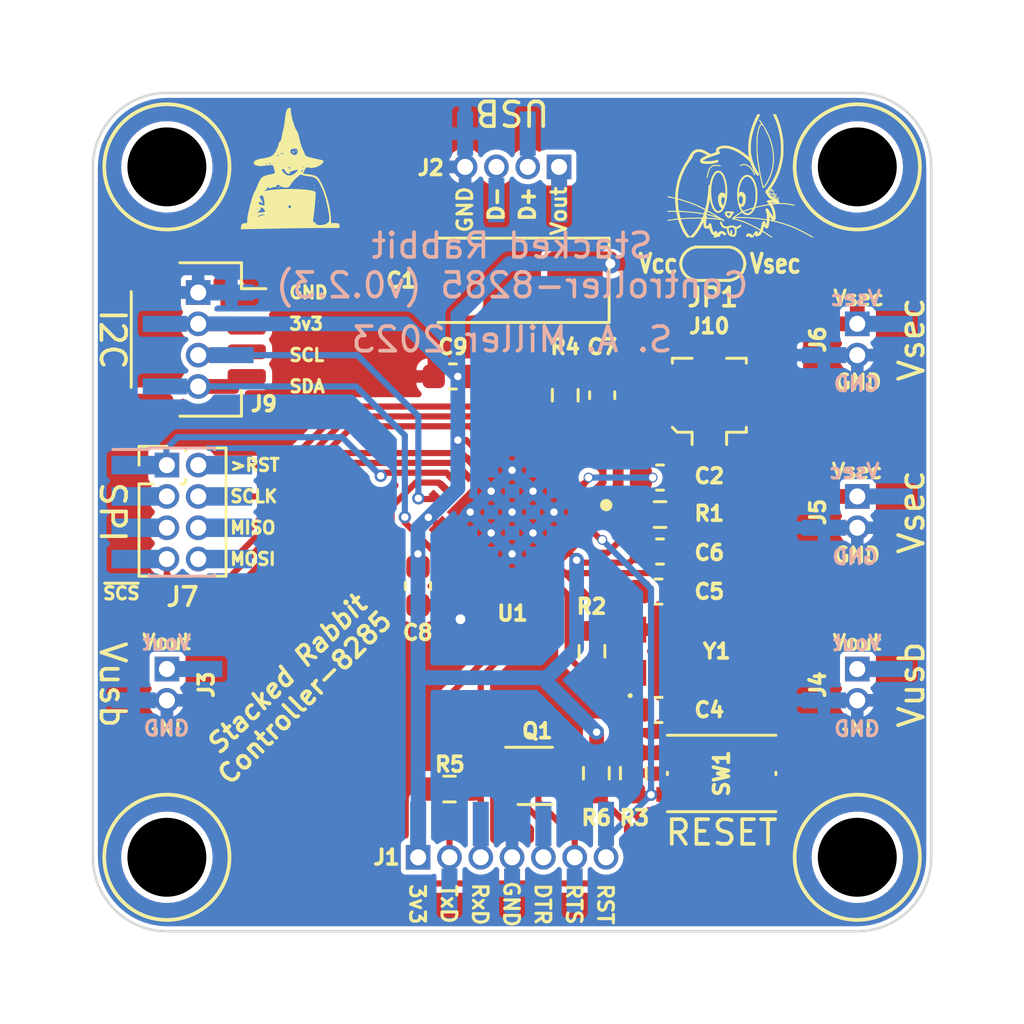
<source format=kicad_pcb>
(kicad_pcb (version 20211014) (generator pcbnew)
  (title_block (title "Controller-8285") (rev "0.2.3") (company "The Nerd Mage"))
  (layers (0 "F.Cu" signal) (31 "B.Cu" signal) (34 "B.Paste" user) (35 "F.Paste" user) (36 "B.SilkS" user "B.Silkscreen") (37 "F.SilkS" user "F.Silkscreen") (38 "B.Mask" user) (39 "F.Mask" user) (44 "Edge.Cuts" user))
  (net 0 "")
  (net 1 "SCL")
  (net 2 "SDA")
  (net 3 "GND")
  (net 4 "/eXo")
  (net 5 "/eXi")
  (net 6 "+3V3")
  (net 7 "RST")
  (net 8 "IO11")
  (net 9 "IO7")
  (net 10 "IO10")
  (net 11 "IO8")
  (net 12 "IO9")
  (net 14 "IO12")
  (net 15 "IO13")
  (net 16 "IO0")
  (net 17 "IO6")
  (net 18 "IO3")
  (net 19 "IO1")
  (net 20 "/DTR")
  (net 21 "/RTS")
  (net 27 "ADC")
  (net 28 "Net-(C2-Pad2)")
  (net 29 "Vsec")
  (net 30 "/LNA")
  (net 31 "/CHIP_EN")
  (net 32 "/RES12K")
  (net 33 "IO15")
  (net 34 "~{SCS}2")
  (net 35 "IO14")
  (net 36 "~{SCS}1")
  (net 37 "IO2")
  (net 38 "DEV_RESET")
  (footprint "Tinker:Mount" (layer "F.Cu") (at 114 114)
    (fp_text reference "REF**" hide)
    (fp_text value "Mount" hide)
    (pad "" np_thru_hole circle (at 0 0) (size 3.2 3.2) (drill 3.2) (layers *.Mask))
  )
  (footprint "Capacitor_SMD:C_0603_1608Metric" (layer "F.Cu") (at 105.939694 103.224614)
    (fp_text reference "C5" (at 2.060306 0 180) (layer "F.SilkS") (effects (font (size 0.6 0.6))))
    (fp_text value "20pf")
    (pad "1" smd roundrect (at -0.775 0) (size 0.9 0.95) (layers "F.Cu" "F.Paste" "F.Mask") (net 3 "GND"))
    (pad "2" smd roundrect (at 0.775 0) (size 0.9 0.95) (layers "F.Cu" "F.Paste" "F.Mask") (net 5 "/eXi"))
  )
  (footprint "Resistor_SMD:R_0603_1608Metric" (layer "F.Cu") (at 97.461903 111.231967 180)
    (fp_text reference "R5" (at -0.01531 0.999487) (layer "F.SilkS") (effects (font (size 0.6 0.6))))
    (fp_text value "10K")
    (pad "1" smd roundrect (at -0.825 0 180) (size 0.8 0.95) (layers "F.Cu" "F.Paste" "F.Mask") (net 19 "IO1"))
    (pad "2" smd roundrect (at 0.825 0 180) (size 0.8 0.95) (layers "F.Cu" "F.Paste" "F.Mask") (net 6 "+3V3"))
  )
  (footprint "Resistor_SMD:R_0603_1608Metric" (layer "F.Cu") (at 106 100.1 180)
    (fp_text reference "R1" (at -2 0.041657 180) (layer "F.SilkS") (effects (font (size 0.6 0.6))))
    (fp_text value "12K")
    (pad "1" smd roundrect (at -0.825 0 180) (size 0.8 0.95) (layers "F.Cu" "F.Paste" "F.Mask") (net 3 "GND"))
    (pad "2" smd roundrect (at 0.825 0 180) (size 0.8 0.95) (layers "F.Cu" "F.Paste" "F.Mask") (net 32 "/RES12K"))
  )
  (footprint "Tinker:SW_Push_TS273014TP" (layer "F.Cu") (at 108.5 110.6 180)
    (fp_text reference "SW1" (at 0 0 90) (layer "F.SilkS") (effects (font (size 0.6 0.6))))
    (fp_text value "SW_Push" hide)
    (pad "1" smd rect (at 1.85 -0.85 180) (size 1.6 0.6) (layers "F.Cu" "F.Paste" "F.Mask") (net 7 "RST"))
    (pad "1" smd rect (at -1.85 -0.85 180) (size 1.6 0.6) (layers "F.Cu" "F.Paste" "F.Mask") (net 7 "RST"))
    (pad "2" smd rect (at -1.85 0.85 180) (size 1.6 0.6) (layers "F.Cu" "F.Paste" "F.Mask") (net 6 "+3V3"))
    (pad "2" smd rect (at 1.85 0.85 180) (size 1.6 0.6) (layers "F.Cu" "F.Paste" "F.Mask") (net 6 "+3V3"))
  )
  (footprint "Capacitor_SMD:C_0603_1608Metric" (layer "F.Cu") (at 106 98.6)
    (fp_text reference "C2" (at 2 -0.06309) (layer "F.SilkS") (effects (font (size 0.6 0.6))))
    (fp_text value "5.6pf")
    (pad "1" smd roundrect (at -0.775 0) (size 0.9 0.95) (layers "F.Cu" "F.Paste" "F.Mask") (net 30 "/LNA"))
    (pad "2" smd roundrect (at 0.775 0) (size 0.9 0.95) (layers "F.Cu" "F.Paste" "F.Mask") (net 28 "Net-(C2-Pad2)"))
  )
  (footprint "Tinker:Mount" (layer "F.Cu") (at 86 114)
    (fp_text reference "REF**" hide)
    (fp_text value "Mount" hide)
    (pad "" np_thru_hole circle (at 0 0) (size 3.2 3.2) (drill 3.2) (layers *.Mask))
  )
  (footprint "Tinker:QWIIC_Stack_II" (layer "F.Cu") (at 87.27 93 -90)
    (fp_text reference "J9" (at 2.61321 -2.663751) (layer "F.SilkS") (effects (font (size 0.6 0.6))))
    (fp_text value "QWIIC_Stack_II")
    (pad "1" thru_hole rect (at -1.905 0) (size 1 1) (drill 0.65) (layers *.Cu *.Mask) (net 3 "GND"))
    (pad "1" smd roundrect (at -1.905 -0.877656 270) (size 0.6 1.55) (layers "F.Cu" "F.Paste" "F.Mask") (net 3 "GND"))
    (pad "1" smd rect (at -1.905 -1.35) (size 1.8 0.65) (layers "B.Cu" "B.Paste" "B.Mask") (net 3 "GND"))
    (pad "1" smd roundrect (at -1.5 -1.97 270) (size 0.6 1.55) (layers "F.Cu" "F.Paste" "F.Mask") (net 3 "GND"))
    (pad "2" thru_hole oval (at -0.635 0) (size 1 1) (drill 0.65) (layers *.Cu *.Mask) (net 6 "+3V3"))
    (pad "2" smd roundrect (at -0.5 -1.97 270) (size 0.6 1.55) (layers "F.Cu" "F.Paste" "F.Mask") (net 6 "+3V3"))
    (pad "2" smd rect (at -0.635 1.35) (size 1.8 0.65) (layers "B.Cu" "B.Paste" "B.Mask") (net 6 "+3V3"))
    (pad "2" smd roundrect (at -0.635 -0.877656 270) (size 0.6 1.55) (layers "F.Cu" "F.Paste" "F.Mask") (net 6 "+3V3"))
    (pad "3" smd rect (at 0.635 -1.35) (size 1.8 0.65) (layers "B.Cu" "B.Paste" "B.Mask") (net 2 "SDA"))
    (pad "3" thru_hole oval (at 0.635 0) (size 1 1) (drill 0.65) (layers *.Cu *.Mask) (net 2 "SDA"))
    (pad "3" smd roundrect (at 0.5 -1.97 270) (size 0.6 1.55) (layers "F.Cu" "F.Paste" "F.Mask") (net 2 "SDA"))
    (pad "3" smd roundrect (at 0.635 -0.877656 270) (size 0.6 1.55) (layers "F.Cu" "F.Paste" "F.Mask") (net 2 "SDA"))
    (pad "4" thru_hole oval (at 1.905 0) (size 1 1) (drill 0.65) (layers *.Cu *.Mask) (net 1 "SCL"))
    (pad "4" smd roundrect (at 1.5 -1.97 270) (size 0.6 1.55) (layers "F.Cu" "F.Paste" "F.Mask") (net 1 "SCL"))
    (pad "4" smd roundrect (at 1.905 -0.877656 270) (size 0.6 1.55) (layers "F.Cu" "F.Paste" "F.Mask") (net 1 "SCL"))
    (pad "4" smd rect (at 1.905 1.35) (size 1.8 0.65) (layers "B.Cu" "B.Paste" "B.Mask") (net 1 "SCL"))
    (pad "MP" smd roundrect (at -2.8 1.905 270) (size 1.2 1.8) (layers "F.Cu" "F.Paste" "F.Mask") (roundrect_rratio 0.208333) (net 3 "GND"))
    (pad "MP" smd roundrect (at 2.8 1.905 270) (size 1.2 1.8) (layers "F.Cu" "F.Paste" "F.Mask") (roundrect_rratio 0.208333) (net 3 "GND"))
  )
  (footprint "Tinker:DagNabbit" (layer "F.Cu") (at 109 87)
    (fp_text reference "REF**" hide)
    (fp_text value "DagNabbit" hide)
  )
  (footprint "Package_TO_SOT_SMD:SOT-363_SC-70-6" (layer "F.Cu") (at 100.94 110.7)
    (fp_text reference "Q1" (at 0.083436 -1.823559) (layer "F.SilkS") (effects (font (size 0.6 0.6))))
    (fp_text value "UMH3N")
    (pad "1" smd rect (at -0.95 -0.65) (size 0.65 0.4) (layers "F.Cu" "F.Paste" "F.Mask") (net 21 "/RTS"))
    (pad "2" smd rect (at -0.95 0) (size 0.65 0.4) (layers "F.Cu" "F.Paste" "F.Mask") (net 20 "/DTR"))
    (pad "3" smd rect (at -0.95 0.65) (size 0.65 0.4) (layers "F.Cu" "F.Paste" "F.Mask") (net 20 "/DTR"))
    (pad "4" smd rect (at 0.95 0.65) (size 0.65 0.4) (layers "F.Cu" "F.Paste" "F.Mask") (net 16 "IO0"))
    (pad "5" smd rect (at 0.95 0) (size 0.65 0.4) (layers "F.Cu" "F.Paste" "F.Mask") (net 21 "/RTS"))
    (pad "6" smd rect (at 0.95 -0.65) (size 0.65 0.4) (layers "F.Cu" "F.Paste" "F.Mask") (net 7 "RST"))
  )
  (footprint "Tinker:Board_Stacker_7" (layer "F.Cu") (at 96.19 114 90)
    (fp_text reference "J1" (at 0 -1.282872 180) (layer "F.SilkS") (effects (font (size 0.6 0.6))))
    (fp_text value "Conn_01x07_Male")
    (pad "1" smd rect (at 1.35 0 90) (size 1.8 0.65) (layers "B.Cu" "B.Paste" "B.Mask") (net 6 "+3V3"))
    (pad "1" thru_hole rect (at 0 0 90) (size 1 1) (drill 0.65) (layers *.Cu *.Mask) (net 6 "+3V3"))
    (pad "2" thru_hole oval (at 0 1.27 90) (size 1 1) (drill 0.65) (layers *.Cu *.Mask) (net 18 "IO3"))
    (pad "2" smd rect (at -1.35 1.27 90) (size 1.8 0.65) (layers "B.Cu" "B.Paste" "B.Mask") (net 18 "IO3"))
    (pad "3" smd rect (at 1.35 2.54 90) (size 1.8 0.65) (layers "B.Cu" "B.Paste" "B.Mask") (net 19 "IO1"))
    (pad "3" thru_hole oval (at 0 2.54 90) (size 1 1) (drill 0.65) (layers *.Cu *.Mask) (net 19 "IO1"))
    (pad "4" smd rect (at -1.35 3.81 90) (size 1.8 0.65) (layers "B.Cu" "B.Paste" "B.Mask") (net 3 "GND"))
    (pad "4" thru_hole oval (at 0 3.81 90) (size 1 1) (drill 0.65) (layers *.Cu *.Mask) (net 3 "GND"))
    (pad "5" thru_hole oval (at 0 5.08 90) (size 1 1) (drill 0.65) (layers *.Cu *.Mask) (net 20 "/DTR"))
    (pad "5" smd rect (at 1.35 5.08 90) (size 1.8 0.65) (layers "B.Cu" "B.Paste" "B.Mask") (net 20 "/DTR"))
    (pad "6" smd rect (at -1.35 6.35 90) (size 1.8 0.65) (layers "B.Cu" "B.Paste" "B.Mask") (net 21 "/RTS"))
    (pad "6" thru_hole oval (at 0 6.35 90) (size 1 1) (drill 0.65) (layers *.Cu *.Mask) (net 21 "/RTS"))
    (pad "7" smd rect (at 1.35 7.62 90) (size 1.8 0.65) (layers "B.Cu" "B.Paste" "B.Mask") (net 7 "RST"))
    (pad "7" thru_hole oval (at 0 7.62 90) (size 1 1) (drill 0.65) (layers *.Cu *.Mask) (net 7 "RST"))
  )
  (footprint "Tinker:CP_EIA-6032-28-Tantalumm_HandSolder" (layer "F.Cu") (at 100 90.6 180)
    (fp_text reference "C1" (at 4.5 0) (layer "F.SilkS") (effects (font (size 0.6 0.6))))
    (fp_text value "22uf" hide)
    (pad "1" smd roundrect (at -2.55 0 180) (size 2.25 2.35) (layers "F.Cu" "F.Paste" "F.Mask") (roundrect_rratio 0.111111) (net 6 "+3V3"))
    (pad "2" smd roundrect (at 2.55 0 180) (size 2.25 2.35) (layers "F.Cu" "F.Paste" "F.Mask") (roundrect_rratio 0.111111) (net 3 "GND"))
  )
  (footprint "Capacitor_SMD:C_0603_1608Metric" (layer "F.Cu") (at 106 101.6 180)
    (fp_text reference "C6" (at -2 -0.04755) (layer "F.SilkS") (effects (font (size 0.6 0.6))))
    (fp_text value "1uf")
    (pad "1" smd roundrect (at -0.775 0 180) (size 0.9 0.95) (layers "F.Cu" "F.Paste" "F.Mask") (net 3 "GND"))
    (pad "2" smd roundrect (at 0.775 0 180) (size 0.9 0.95) (layers "F.Cu" "F.Paste" "F.Mask") (net 6 "+3V3"))
  )
  (footprint "Tinker:Board_Stacker_2" (layer "F.Cu") (at 114 106.365)
    (fp_text reference "J4" (at -1.6 0.635 90) (layer "F.SilkS") (effects (font (size 0.6 0.6))))
    (fp_text value "Conn_01x02_Male")
    (pad "1" thru_hole rect (at 0 0) (size 1 1) (drill 0.65) (layers *.Cu *.Mask))
    (pad "1" smd rect (at 1.35 0) (size 1.8 0.65) (layers "B.Cu" "B.Paste" "B.Mask"))
    (pad "2" smd rect (at -1.35 1.27) (size 1.8 0.65) (layers "B.Cu" "B.Paste" "B.Mask") (net 3 "GND"))
    (pad "2" thru_hole oval (at 0 1.27) (size 1 1) (drill 0.65) (layers *.Cu *.Mask) (net 3 "GND"))
  )
  (footprint "Tinker:Mount" (layer "F.Cu") (at 114 86)
    (fp_text reference "REF**" hide)
    (fp_text value "Mount" hide)
    (pad "" np_thru_hole circle (at 0 0) (size 3.2 3.2) (drill 3.2) (layers *.Mask))
  )
  (footprint "Tinker:SolderJumper-2_P_Open_Rounded_skinny" (layer "F.Cu") (at 108.14 89.926721 180)
    (fp_text reference "JP1" (at 0 -1.365587) (layer "F.SilkS") (effects (font (size 0.75 0.75))))
    (fp_text value "SolderJumper_2_Open" hide)
    (pad "1" smd custom (at -0.65 0 180) (size 1 0.2) (layers "F.Cu" "F.Mask") (net 29 "Vsec") (options (clearance outline) (anchor rect)) (primitives (gr_circle (center 0 0.1) (end 0.5 0.1) (width 0) (fill yes)) (gr_circle (center 0 -0.1) (end 0.5 -0.1) (width 0) (fill yes)) (gr_poly (pts (xy 0.5 0.6) (xy 0 0.6) (xy 0 -0.6) (xy 0.5 -0.6)) (width 0) (fill yes))))
    (pad "2" smd custom (at 0.65 0 180) (size 1 0.2) (layers "F.Cu" "F.Mask") (net 6 "+3V3") (options (clearance outline) (anchor rect)) (primitives (gr_circle (center 0 0.1) (end 0.5 0.1) (width 0) (fill yes)) (gr_circle (center 0 -0.1) (end 0.5 -0.1) (width 0) (fill yes)) (gr_poly (pts (xy 0 0.6) (xy -0.5 0.6) (xy -0.5 -0.6) (xy 0 -0.6)) (width 0) (fill yes))))
  )
  (footprint "Capacitor_SMD:C_0603_1608Metric" (layer "F.Cu") (at 96.183087 103 90)
    (fp_text reference "C8" (at -1.889735 -0.010135) (layer "F.SilkS") (effects (font (size 0.6 0.6))))
    (fp_text value "1uf")
    (pad "1" smd roundrect (at -0.775 0 90) (size 0.9 0.95) (layers "F.Cu" "F.Paste" "F.Mask") (net 3 "GND"))
    (pad "2" smd roundrect (at 0.775 0 90) (size 0.9 0.95) (layers "F.Cu" "F.Paste" "F.Mask") (net 6 "+3V3"))
  )
  (footprint "Resistor_SMD:R_0603_1608Metric" (layer "F.Cu") (at 104.916762 110.588685 90)
    (fp_text reference "R3" (at -1.811315 0.041061 180) (layer "F.SilkS") (effects (font (size 0.6 0.6))))
    (fp_text value "10K")
    (pad "1" smd roundrect (at -0.825 0 90) (size 0.8 0.95) (layers "F.Cu" "F.Paste" "F.Mask") (net 7 "RST"))
    (pad "2" smd roundrect (at 0.825 0 90) (size 0.8 0.95) (layers "F.Cu" "F.Paste" "F.Mask") (net 6 "+3V3"))
  )
  (footprint "Tinker:Board_Stacker_2" (layer "F.Cu") (at 86 106.365)
    (fp_text reference "J3" (at 1.6 0.635 90) (layer "F.SilkS") (effects (font (size 0.6 0.6))))
    (fp_text value "Conn_01x02_Male")
    (pad "1" thru_hole rect (at 0 0) (size 1 1) (drill 0.65) (layers *.Cu *.Mask))
    (pad "1" smd rect (at 1.35 0) (size 1.8 0.65) (layers "B.Cu" "B.Paste" "B.Mask"))
    (pad "2" thru_hole oval (at 0 1.27) (size 1 1) (drill 0.65) (layers *.Cu *.Mask) (net 3 "GND"))
    (pad "2" smd rect (at -1.35 1.27) (size 1.8 0.65) (layers "B.Cu" "B.Paste" "B.Mask") (net 3 "GND"))
  )
  (footprint "Connector_Coaxial:U.FL_Molex_MCRF_73412-0110_Vertical" (layer "F.Cu") (at 108 95.2617)
    (fp_text reference "J10" (at 0 -2.802484) (layer "F.SilkS") (effects (font (size 0.6 0.6))))
    (fp_text value "Conn_Coaxial")
    (pad "1" smd rect (at 0 1.5) (size 1 1) (layers "F.Cu" "F.Paste" "F.Mask") (net 28 "Net-(C2-Pad2)"))
    (pad "2" smd rect (at 1.475 0) (size 1.05 2.2) (layers "F.Cu" "F.Paste" "F.Mask") (net 3 "GND"))
    (pad "2" smd rect (at 0 -1.5) (size 1 1) (layers "F.Cu" "F.Paste" "F.Mask") (net 3 "GND"))
    (pad "2" smd rect (at -1.475 0) (size 1.05 2.2) (layers "F.Cu" "F.Paste" "F.Mask") (net 3 "GND"))
  )
  (footprint "Tinker:NerdMage" (layer "F.Cu") (at 91 86)
    (fp_text reference "G***" hide)
    (fp_text value "LOGO" hide)
  )
  (footprint "Resistor_SMD:R_0603_1608Metric" (layer "F.Cu") (at 103.417474 110.588685 90)
    (fp_text reference "R6" (at -1.811315 0 180) (layer "F.SilkS") (effects (font (size 0.6 0.6))))
    (fp_text value "10K")
    (pad "1" smd roundrect (at -0.825 0 90) (size 0.8 0.95) (layers "F.Cu" "F.Paste" "F.Mask") (net 16 "IO0"))
    (pad "2" smd roundrect (at 0.825 0 90) (size 0.8 0.95) (layers "F.Cu" "F.Paste" "F.Mask") (net 6 "+3V3"))
  )
  (footprint "Resistor_SMD:R_0603_1608Metric" (layer "F.Cu") (at 102.155521 95.2617 90)
    (fp_text reference "R4" (at 1.9617 0) (layer "F.SilkS") (effects (font (size 0.6 0.6))))
    (fp_text value "10K")
    (pad "1" smd roundrect (at -0.825 0 90) (size 0.8 0.95) (layers "F.Cu" "F.Paste" "F.Mask") (net 31 "/CHIP_EN"))
    (pad "2" smd roundrect (at 0.825 0 90) (size 0.8 0.95) (layers "F.Cu" "F.Paste" "F.Mask") (net 6 "+3V3"))
  )
  (footprint "Capacitor_SMD:C_0603_1608Metric" (layer "F.Cu") (at 103.655521 95.2617 -90)
    (fp_text reference "C7" (at -1.9617 0) (layer "F.SilkS") (effects (font (size 0.6 0.6))))
    (fp_text value "1uf")
    (pad "1" smd roundrect (at -0.775 0 270) (size 0.9 0.95) (layers "F.Cu" "F.Paste" "F.Mask") (net 3 "GND"))
    (pad "2" smd roundrect (at 0.775 0 270) (size 0.9 0.95) (layers "F.Cu" "F.Paste" "F.Mask") (net 6 "+3V3"))
  )
  (footprint "Tinker:Board_Stacker_2" (layer "F.Cu") (at 114 92.365)
    (fp_text reference "J6" (at -1.6 0.635 90) (layer "F.SilkS") (effects (font (size 0.6 0.6))))
    (fp_text value "Conn_01x02_Male")
    (pad "1" smd rect (at 1.35 0) (size 1.8 0.65) (layers "B.Cu" "B.Paste" "B.Mask") (net 29 "Vsec"))
    (pad "1" thru_hole rect (at 0 0) (size 1 1) (drill 0.65) (layers *.Cu *.Mask) (net 29 "Vsec"))
    (pad "2" smd rect (at -1.35 1.27) (size 1.8 0.65) (layers "B.Cu" "B.Paste" "B.Mask") (net 3 "GND"))
    (pad "2" thru_hole oval (at 0 1.27) (size 1 1) (drill 0.65) (layers *.Cu *.Mask) (net 3 "GND"))
  )
  (footprint "Tinker:Board_Stacker_2" (layer "F.Cu") (at 114 99.365)
    (fp_text reference "J5" (at -1.6 0.635 90) (layer "F.SilkS") (effects (font (size 0.6 0.6))))
    (fp_text value "Conn_01x02_Male")
    (pad "1" smd rect (at 1.35 0) (size 1.8 0.65) (layers "B.Cu" "B.Paste" "B.Mask") (net 29 "Vsec"))
    (pad "1" thru_hole rect (at 0 0) (size 1 1) (drill 0.65) (layers *.Cu *.Mask) (net 29 "Vsec"))
    (pad "2" smd rect (at -1.35 1.27) (size 1.8 0.65) (layers "B.Cu" "B.Paste" "B.Mask") (net 3 "GND"))
    (pad "2" thru_hole oval (at 0 1.27) (size 1 1) (drill 0.65) (layers *.Cu *.Mask) (net 3 "GND"))
  )
  (footprint "Tinker:Mount" (layer "F.Cu") (at 86 86)
    (fp_text reference "REF**" hide)
    (fp_text value "Mount" hide)
    (pad "" np_thru_hole circle (at 0 0) (size 3.2 3.2) (drill 3.2) (layers *.Mask))
  )
  (footprint "Tinker:ABM825000MHz10B1UT" (layer "F.Cu") (at 105.939694 105.644614)
    (fp_text reference "Y1" (at 2.360306 0 180) (layer "F.SilkS") (effects (font (size 0.6 0.6))))
    (fp_text value "26.000MHz" hide)
    (pad "1" smd rect (at -1.15 0.875 90) (size 1.05 1.3) (layers "F.Cu" "F.Paste" "F.Mask") (net 4 "/eXo"))
    (pad "2" smd rect (at 1.15 0.875 90) (size 1.05 1.3) (layers "F.Cu" "F.Paste" "F.Mask") (net 3 "GND"))
    (pad "3" smd rect (at 1.15 -0.875 90) (size 1.05 1.3) (layers "F.Cu" "F.Paste" "F.Mask") (net 5 "/eXi"))
    (pad "4" smd rect (at -1.15 -0.875 90) (size 1.05 1.3) (layers "F.Cu" "F.Paste" "F.Mask") (net 3 "GND"))
  )
  (footprint "Capacitor_SMD:C_0603_1608Metric" (layer "F.Cu") (at 97.6 94.5)
    (fp_text reference "C9" (at 0 -1.2 180) (layer "F.SilkS") (effects (font (size 0.6 0.6))))
    (fp_text value "1uf")
    (pad "1" smd roundrect (at -0.775 0) (size 0.9 0.95) (layers "F.Cu" "F.Paste" "F.Mask") (net 3 "GND"))
    (pad "2" smd roundrect (at 0.775 0) (size 0.9 0.95) (layers "F.Cu" "F.Paste" "F.Mask") (net 6 "+3V3"))
  )
  (footprint "Resistor_SMD:R_0603_1608Metric" (layer "F.Cu") (at 103.239694 105.644614 90)
    (fp_text reference "R2" (at 1.815306 -0.016133) (layer "F.SilkS") (effects (font (size 0.6 0.6))))
    (fp_text value "1M")
    (pad "1" smd roundrect (at -0.825 0 90) (size 0.8 0.95) (layers "F.Cu" "F.Paste" "F.Mask") (net 4 "/eXo"))
    (pad "2" smd roundrect (at 0.825 0 90) (size 0.8 0.95) (layers "F.Cu" "F.Paste" "F.Mask") (net 5 "/eXi"))
  )
  (footprint "Capacitor_SMD:C_0603_1608Metric" (layer "F.Cu") (at 105.939694 108.024614 180)
    (fp_text reference "C4" (at -2.060306 0 180) (layer "F.SilkS") (effects (font (size 0.6 0.6))))
    (fp_text value "20pf")
    (pad "1" smd roundrect (at -0.775 0 180) (size 0.9 0.95) (layers "F.Cu" "F.Paste" "F.Mask") (net 3 "GND"))
    (pad "2" smd roundrect (at 0.775 0 180) (size 0.9 0.95) (layers "F.Cu" "F.Paste" "F.Mask") (net 4 "/eXo"))
  )
  (footprint "Tinker:Board_Stacker_4" (layer "F.Cu") (at 101.905 86 -90)
    (fp_text reference "J2" (at 0.038066 5.202993) (layer "F.SilkS") (effects (font (size 0.6 0.6))))
    (fp_text value "Conn_01x04_Male")
    (pad "1" smd rect (at 1.35 0 270) (size 1.8 0.65) (layers "B.Cu" "B.Paste" "B.Mask"))
    (pad "1" thru_hole rect (at 0 0 270) (size 1 1) (drill 0.65) (layers *.Cu *.Mask))
    (pad "2" smd rect (at -1.35 1.27 270) (size 1.8 0.65) (layers "B.Cu" "B.Paste" "B.Mask"))
    (pad "2" thru_hole oval (at 0 1.27 270) (size 1 1) (drill 0.65) (layers *.Cu *.Mask))
    (pad "3" thru_hole oval (at 0 2.54 270) (size 1 1) (drill 0.65) (layers *.Cu *.Mask))
    (pad "3" smd rect (at 1.35 2.54 270) (size 1.8 0.65) (layers "B.Cu" "B.Paste" "B.Mask"))
    (pad "4" thru_hole oval (at 0 3.81 270) (size 1 1) (drill 0.65) (layers *.Cu *.Mask) (net 3 "GND"))
    (pad "4" smd rect (at -1.35 3.81 270) (size 1.8 0.65) (layers "B.Cu" "B.Paste" "B.Mask") (net 3 "GND"))
  )
  (footprint "Tinker:PinHeader_2x04_P1.27mm_Vertical" (layer "F.Cu") (at 86 98.095)
    (fp_text reference "J7" (at 0.635 5.345) (layer "F.SilkS") (effects (font (size 0.75 0.75))))
    (fp_text value "Conn_01x08_Male")
    (pad "1" smd rect (at -1.195 0) (size 2.1 0.75) (layers "B.Cu" "B.Paste" "B.Mask") (net 37 "IO2"))
    (pad "1" thru_hole rect (at 0 0) (size 1 1) (drill 0.65) (layers *.Cu *.Mask) (net 37 "IO2"))
    (pad "2" smd rect (at 2.405 0) (size 2.1 0.75) (layers "B.Cu" "B.Paste" "B.Mask") (net 38 "DEV_RESET"))
    (pad "2" thru_hole oval (at 1.27 0) (size 1 1) (drill 0.65) (layers *.Cu *.Mask) (net 38 "DEV_RESET"))
    (pad "3" smd rect (at -1.195 1.27) (size 2.1 0.75) (layers "B.Cu" "B.Paste" "B.Mask") (net 34 "~{SCS}2"))
    (pad "3" thru_hole oval (at 0 1.27) (size 1 1) (drill 0.65) (layers *.Cu *.Mask) (net 34 "~{SCS}2"))
    (pad "4" thru_hole oval (at 1.27 1.27) (size 1 1) (drill 0.65) (layers *.Cu *.Mask) (net 35 "IO14"))
    (pad "4" smd rect (at 2.405 1.27) (size 2.1 0.75) (layers "B.Cu" "B.Paste" "B.Mask") (net 35 "IO14"))
    (pad "5" thru_hole oval (at 0 2.54) (size 1 1) (drill 0.65) (layers *.Cu *.Mask) (net 36 "~{SCS}1"))
    (pad "5" smd rect (at -1.195 2.54) (size 2.1 0.75) (layers "B.Cu" "B.Paste" "B.Mask") (net 36 "~{SCS}1"))
    (pad "6" smd rect (at 2.405 2.54) (size 2.1 0.75) (layers "B.Cu" "B.Paste" "B.Mask") (net 14 "IO12"))
    (pad "6" thru_hole oval (at 1.27 2.54) (size 1 1) (drill 0.65) (layers *.Cu *.Mask) (net 14 "IO12"))
    (pad "7" thru_hole oval (at 0 3.81) (size 1 1) (drill 0.65) (layers *.Cu *.Mask) (net 33 "IO15"))
    (pad "7" smd rect (at -1.195 3.81) (size 2.1 0.75) (layers "B.Cu" "B.Paste" "B.Mask") (net 33 "IO15"))
    (pad "8" smd rect (at 2.405 3.81) (size 2.1 0.75) (layers "B.Cu" "B.Paste" "B.Mask") (net 15 "IO13"))
    (pad "8" thru_hole oval (at 1.27 3.81) (size 1 1) (drill 0.65) (layers *.Cu *.Mask) (net 15 "IO13"))
  )
  (footprint "Tinker:QFN50P500X500X90-33N-D" (layer "F.Cu") (at 100 100 -135)
    (fp_text reference "U1" (at 2.889159 -2.916113 -180) (layer "F.SilkS") (effects (font (size 0.6 0.6))))
    (fp_text value "ESP8285H16" hide)
    (pad "1" smd rect (at -2.5 -1.75 315) (size 0.3 0.8) (layers "F.Cu" "F.Paste" "F.Mask") (net 6 "+3V3"))
    (pad "2" smd rect (at -2.5 -1.25 315) (size 0.3 0.8) (layers "F.Cu" "F.Paste" "F.Mask") (net 30 "/LNA"))
    (pad "3" smd rect (at -2.5 -0.75 315) (size 0.3 0.8) (layers "F.Cu" "F.Paste" "F.Mask") (net 6 "+3V3"))
    (pad "4" smd rect (at -2.5 -0.25 315) (size 0.3 0.8) (layers "F.Cu" "F.Paste" "F.Mask") (net 6 "+3V3"))
    (pad "5" smd rect (at -2.5 0.25 315) (size 0.3 0.8) (layers "F.Cu" "F.Paste" "F.Mask"))
    (pad "6" smd rect (at -2.5 0.75 315) (size 0.3 0.8) (layers "F.Cu" "F.Paste" "F.Mask") (net 27 "ADC"))
    (pad "7" smd rect (at -2.5 1.25 315) (size 0.3 0.8) (layers "F.Cu" "F.Paste" "F.Mask") (net 31 "/CHIP_EN"))
    (pad "8" smd rect (at -2.5 1.75 315) (size 0.3 0.8) (layers "F.Cu" "F.Paste" "F.Mask") (net 38 "DEV_RESET"))
    (pad "9" smd rect (at -1.75 2.5 225) (size 0.3 0.8) (layers "F.Cu" "F.Paste" "F.Mask") (net 35 "IO14"))
    (pad "10" smd rect (at -1.25 2.5 225) (size 0.3 0.8) (layers "F.Cu" "F.Paste" "F.Mask") (net 14 "IO12"))
    (pad "11" smd rect (at -0.75 2.5 225) (size 0.3 0.8) (layers "F.Cu" "F.Paste" "F.Mask") (net 6 "+3V3"))
    (pad "12" smd rect (at -0.25 2.5 225) (size 0.3 0.8) (layers "F.Cu" "F.Paste" "F.Mask") (net 15 "IO13"))
    (pad "13" smd rect (at 0.25 2.5 225) (size 0.3 0.8) (layers "F.Cu" "F.Paste" "F.Mask") (net 33 "IO15"))
    (pad "14" smd rect (at 0.75 2.5 225) (size 0.3 0.8) (layers "F.Cu" "F.Paste" "F.Mask") (net 37 "IO2"))
    (pad "15" smd rect (at 1.25 2.5 225) (size 0.3 0.8) (layers "F.Cu" "F.Paste" "F.Mask") (net 16 "IO0"))
    (pad "16" smd rect (at 1.75 2.5 225) (size 0.3 0.8) (layers "F.Cu" "F.Paste" "F.Mask") (net 2 "SDA"))
    (pad "17" smd rect (at 2.5 1.75 315) (size 0.3 0.8) (layers "F.Cu" "F.Paste" "F.Mask") (net 6 "+3V3"))
    (pad "18" smd rect (at 2.5 1.25 315) (size 0.3 0.8) (layers "F.Cu" "F.Paste" "F.Mask") (net 12 "IO9"))
    (pad "19" smd rect (at 2.5 0.75 315) (size 0.3 0.8) (layers "F.Cu" "F.Paste" "F.Mask") (net 10 "IO10"))
    (pad "20" smd rect (at 2.5 0.25 315) (size 0.3 0.8) (layers "F.Cu" "F.Paste" "F.Mask") (net 8 "IO11"))
    (pad "21" smd rect (at 2.5 -0.25 315) (size 0.3 0.8) (layers "F.Cu" "F.Paste" "F.Mask") (net 17 "IO6"))
    (pad "22" smd rect (at 2.5 -0.75 315) (size 0.3 0.8) (layers "F.Cu" "F.Paste" "F.Mask") (net 9 "IO7"))
    (pad "23" smd rect (at 2.5 -1.25 315) (size 0.3 0.8) (layers "F.Cu" "F.Paste" "F.Mask") (net 11 "IO8"))
    (pad "24" smd rect (at 2.5 -1.75 315) (size 0.3 0.8) (layers "F.Cu" "F.Paste" "F.Mask") (net 1 "SCL"))
    (pad "25" smd rect (at 1.75 -2.5 225) (size 0.3 0.8) (layers "F.Cu" "F.Paste" "F.Mask") (net 18 "IO3"))
    (pad "26" smd rect (at 1.25 -2.5 225) (size 0.3 0.8) (layers "F.Cu" "F.Paste" "F.Mask") (net 19 "IO1"))
    (pad "27" smd rect (at 0.75 -2.5 225) (size 0.3 0.8) (layers "F.Cu" "F.Paste" "F.Mask") (net 4 "/eXo"))
    (pad "28" smd rect (at 0.25 -2.5 225) (size 0.3 0.8) (layers "F.Cu" "F.Paste" "F.Mask") (net 5 "/eXi"))
    (pad "29" smd rect (at -0.25 -2.5 225) (size 0.3 0.8) (layers "F.Cu" "F.Paste" "F.Mask") (net 6 "+3V3"))
    (pad "30" smd rect (at -0.75 -2.5 225) (size 0.3 0.8) (layers "F.Cu" "F.Paste" "F.Mask") (net 6 "+3V3"))
    (pad "31" smd rect (at -1.25 -2.5 225) (size 0.3 0.8) (layers "F.Cu" "F.Paste" "F.Mask") (net 32 "/RES12K"))
    (pad "32" smd rect (at -1.75 -2.5 225) (size 0.3 0.8) (layers "F.Cu" "F.Paste" "F.Mask") (net 7 "RST"))
    (pad "33" thru_hole roundrect (at 0 -1.2 225) (size 0.6 0.6) (drill 0.3) (layers *.Cu) (net 3 "GND"))
    (pad "33" thru_hole roundrect (at 1.2 0 225) (size 0.6 0.6) (drill 0.3) (layers *.Cu) (net 3 "GND"))
    (pad "33" thru_hole roundrect (at 1.2 1.2 225) (size 0.6 0.6) (drill 0.3) (layers *.Cu) (net 3 "GND"))
    (pad "33" thru_hole roundrect (at 0 0 225) (size 0.6 0.6) (drill 0.3) (layers *.Cu) (net 3 "GND"))
    (pad "33" thru_hole roundrect (at -1.2 0 225) (size 0.6 0.6) (drill 0.3) (layers *.Cu) (net 3 "GND"))
    (pad "33" thru_hole roundrect (at -1.2 -1.2 225) (size 0.6 0.6) (drill 0.3) (layers *.Cu) (net 3 "GND"))
    (pad "33" thru_hole roundrect (at 1.2 -1.2 225) (size 0.6 0.6) (drill 0.3) (layers *.Cu) (net 3 "GND"))
    (pad "33" smd rect (at 0 0 225) (size 3.75 3.75) (layers "F.Cu" "F.Paste" "F.Mask") (net 3 "GND"))
    (pad "33" thru_hole roundrect (at -1.2 1.2 225) (size 0.6 0.6) (drill 0.3) (layers *.Cu) (net 3 "GND"))
    (pad "33" thru_hole roundrect (at 0 1.2 225) (size 0.6 0.6) (drill 0.3) (layers *.Cu) (net 3 "GND"))
  )
  (gr_line (start 117 86) (end 117 114) (layer "Edge.Cuts") (width 0.1))
  (gr_arc (start 86 117) (mid 83.87868 116.12132) (end 83 114) (layer "Edge.Cuts") (width 0.1))
  (gr_arc (start 83 86) (mid 83.87868 83.87868) (end 86 83) (layer "Edge.Cuts") (width 0.1))
  (gr_line (start 86 83) (end 114 83) (layer "Edge.Cuts") (width 0.1))
  (gr_line (start 83 114) (end 83 86) (layer "Edge.Cuts") (width 0.1))
  (gr_arc (start 114 83) (mid 116.12132 83.87868) (end 117 86) (layer "Edge.Cuts") (width 0.1))
  (gr_line (start 86 117) (end 114 117) (layer "Edge.Cuts") (width 0.1))
  (gr_arc (start 117 114) (mid 116.12132 116.12132) (end 114 117) (layer "Edge.Cuts") (width 0.1))
  (gr_text "Stacked Rabbit\n${TITLE} (v${REVISION})" (at 100 90) (layer "B.SilkS") (effects (font (size 1 1)) (justify mirror)))
  (gr_text "GND" (at 113.971162 94.804515) (layer "B.SilkS") (effects (font (size 0.6 0.6) (thickness 0.125)) (justify mirror)))
  (gr_text "GND" (at 113.911636 101.822043) (layer "B.SilkS") (effects (font (size 0.6 0.6) (thickness 0.125)) (justify mirror)))
  (gr_text "Vsec" (at 113.932325 91.328658) (layer "B.SilkS") (effects (font (size 0.6 0.6) (thickness 0.125)) (justify mirror)))
  (gr_text "Vout" (at 85.997632 105.296142) (layer "B.SilkS") (effects (font (size 0.6 0.6) (thickness 0.125)) (justify mirror)))
  (gr_text "Vout" (at 114 105.314126) (layer "B.SilkS") (effects (font (size 0.6 0.6) (thickness 0.125)) (justify mirror)))
  (gr_text "GND" (at 85.984147 108.775235) (layer "B.SilkS") (effects (font (size 0.6 0.6) (thickness 0.125)) (justify mirror)))
  (gr_text "S. A. Miller 2023" (at 100 93) (layer "B.SilkS") (effects (font (size 1 1)) (justify mirror)))
  (gr_text "Vsec" (at 113.872799 98.346186) (layer "B.SilkS") (effects (font (size 0.6 0.6) (thickness 0.125)) (justify mirror)))
  (gr_text "GND" (at 113.986515 108.793219) (layer "B.SilkS") (effects (font (size 0.6 0.6) (thickness 0.125)) (justify mirror)))
  (gr_text "SCL" (at 90.9 93.635) (layer "F.SilkS") (effects (font (size 0.5 0.5) (thickness 0.125)) (justify left)))
  (gr_text "D+" (at 100.629509 86.73517 90) (layer "F.SilkS") (effects (font (size 0.6 0.6)) (justify right)))
  (gr_text "TxD" (at 97.429475 115.901362 270) (layer "F.SilkS") (effects (font (size 0.6 0.6) (thickness 0.125))))
  (gr_text "~{SCS}" (at 83.347793 103.30044) (layer "F.SilkS") (effects (font (size 0.5 0.5) (thickness 0.125)) (justify left)))
  (gr_text "Vsec" (at 116.2 100 90) (layer "F.SilkS") (effects (font (size 1 1))))
  (gr_text "SCLK" (at 88.5 99.365) (layer "F.SilkS") (effects (font (size 0.5 0.5) (thickness 0.125)) (justify left)))
  (gr_text "Vusb" (at 116.2 107 90) (layer "F.SilkS") (effects (font (size 1 1))))
  (gr_text "RST" (at 103.779475 115.901362 270) (layer "F.SilkS") (effects (font (size 0.6 0.6) (thickness 0.125))))
  (gr_text "GND" (at 98.089509 86.73517 90) (layer "F.SilkS") (effects (font (size 0.6 0.6) (thickness 0.125)) (justify right)))
  (gr_text "Vout" (at 85.988239 105.272507) (layer "F.SilkS") (effects (font (size 0.6 0.6) (thickness 0.125))))
  (gr_text "RxD" (at 98.699475 115.901362 270) (layer "F.SilkS") (effects (font (size 0.6 0.6) (thickness 0.125))))
  (gr_text "MISO" (at 88.5 100.635) (layer "F.SilkS") (effects (font (size 0.5 0.5) (thickness 0.125)) (justify left)))
  (gr_text "Vsec" (at 110.68 89.926721) (layer "F.SilkS") (effects (font (size 0.75 0.6))))
  (gr_text "Vsec" (at 116.2 93 90) (layer "F.SilkS") (effects (font (size 1 1))))
  (gr_text "GND" (at 113.990607 108.790491) (layer "F.SilkS") (effects (font (size 0.6 0.6) (thickness 0.125))))
  (gr_text "GND" (at 85.988239 108.772507) (layer "F.SilkS") (effects (font (size 0.6 0.6) (thickness 0.125))))
  (gr_text "Vout" (at 101.899509 86.73517 90) (layer "F.SilkS") (effects (font (size 0.6 0.6) (thickness 0.125)) (justify right)))
  (gr_text "GND" (at 90.9 91.095) (layer "F.SilkS") (effects (font (size 0.5 0.5) (thickness 0.125)) (justify left)))
  (gr_text "GND" (at 114 101.742551) (layer "F.SilkS") (effects (font (size 0.6 0.6) (thickness 0.125))))
  (gr_text "Stacked Rabbit" (at 90.876215 106.573419 45) (layer "F.SilkS") (effects (font (size 0.75 0.75) (thickness 0.15) italic)))
  (gr_text "GND" (at 99.969475 115.901362 270) (layer "F.SilkS") (effects (font (size 0.6 0.6) (thickness 0.125))))
  (gr_text "D-" (at 99.359509 86.73517 90) (layer "F.SilkS") (effects (font (size 0.6 0.6)) (justify right)))
  (gr_text "DTR" (at 101.239475 115.901362 270) (layer "F.SilkS") (effects (font (size 0.6 0.6) (thickness 0.125))))
  (gr_text "RTS" (at 102.509475 115.901362 270) (layer "F.SilkS") (effects (font (size 0.6 0.6) (thickness 0.125))))
  (gr_text "GND" (at 114.059526 94.725023) (layer "F.SilkS") (effects (font (size 0.6 0.6) (thickness 0.125))))
  (gr_text ">RST" (at 88.5 98.095) (layer "F.SilkS") (effects (font (size 0.5 0.5) (thickness 0.125)) (justify left)))
  (gr_text "I2C" (at 83.8 93 -90) (layer "F.SilkS") (effects (font (size 1 1))))
  (gr_text "Vsec" (at 114.059526 91.325023) (layer "F.SilkS") (effects (font (size 0.6 0.6) (thickness 0.125))))
  (gr_text "RESET" (at 108.5 113) (layer "F.SilkS") (effects (font (size 1 1))))
  (gr_text "${TITLE}" (at 91.591459 107.527079 45) (layer "F.SilkS") (effects (font (size 0.75 0.75))))
  (gr_text "Vsec" (at 114 98.342551) (layer "F.SilkS") (effects (font (size 0.6 0.6) (thickness 0.125))))
  (gr_text "3v3" (at 90.9 92.365) (layer "F.SilkS") (effects (font (size 0.5 0.5) (thickness 0.125)) (justify left)))
  (gr_text "MOSI" (at 88.5 101.905) (layer "F.SilkS") (effects (font (size 0.5 0.5) (thickness 0.125)) (justify left)))
  (gr_text "Vusb" (at 83.8 107 -90) (layer "F.SilkS") (effects (font (size 1 1))))
  (gr_text "Vout" (at 113.990607 105.290491) (layer "F.SilkS") (effects (font (size 0.6 0.6) (thickness 0.125))))
  (gr_text "SPI" (at 83.8 100 -90) (layer "F.SilkS") (effects (font (size 1 1))))
  (gr_text "3v3" (at 96.159475 115.901362 270) (layer "F.SilkS") (effects (font (size 0.6 0.6) (thickness 0.125))))
  (gr_text "Vcc" (at 105.924051 89.926721) (layer "F.SilkS") (effects (font (size 0.75 0.6))))
  (gr_text "USB" (at 100 83.8 180) (layer "F.SilkS") (effects (font (size 1 1))))
  (gr_text "SDA" (at 90.9 94.905) (layer "F.SilkS") (effects (font (size 0.5 0.5) (thickness 0.125)) (justify left)))
  (segment (start 98.545779 103.315559) (end 99.159315 103.315559) (width 0.25) (layer "F.Cu") (net 1))
  (segment (start 95.651185 100.420965) (end 98.545779 103.315559) (width 0.25) (layer "F.Cu") (net 1))
  (segment (start 95.651185 100.204519) (end 95.651185 100.420965) (width 0.25) (layer "F.Cu") (net 1))
  (segment (start 99.159315 103.315559) (end 99.46967 103.005204) (width 0.25) (layer "F.Cu") (net 1))
  (via (at 95.651185 100.204519) (size 0.5) (drill 0.3) (layers "F.Cu" "B.Cu") (net 1))
  (segment (start 93.670852 94.905) (end 87.27 94.905) (width 0.25) (layer "B.Cu") (net 1))
  (segment (start 95.651185 96.885334) (end 93.670852 94.905) (width 0.25) (layer "B.Cu") (net 1))
  (segment (start 95.651185 100.204519) (end 95.651185 96.885334) (width 0.25) (layer "B.Cu") (net 1))
  (segment (start 96.226746 99.46967) (end 96.994796 99.46967) (width 0.25) (layer "F.Cu") (net 2))
  (segment (start 96.198663 99.441587) (end 96.226746 99.46967) (width 0.25) (layer "F.Cu") (net 2))
  (via (at 96.198663 99.441587) (size 0.5) (drill 0.3) (layers "F.Cu" "B.Cu") (net 2))
  (segment (start 96.198663 96.107499) (end 93.726164 93.635) (width 0.25) (layer "B.Cu") (net 2))
  (segment (start 96.198663 99.441587) (end 96.198663 96.107499) (width 0.25) (layer "B.Cu") (net 2))
  (segment (start 93.726164 93.635) (end 87.27 93.635) (width 0.25) (layer "B.Cu") (net 2))
  (segment (start 107.089694 107.649614) (end 106.714694 108.024614) (width 0.25) (layer "F.Cu") (net 3))
  (segment (start 107.089694 106.519614) (end 107.089694 107.649614) (width 0.25) (layer "F.Cu") (net 3))
  (segment (start 104.789694 104.769614) (end 104.789694 103.599614) (width 0.25) (layer "F.Cu") (net 3))
  (segment (start 104.789694 103.599614) (end 105.164694 103.224614) (width 0.25) (layer "F.Cu") (net 3))
  (via (at 97.907019 104.344475) (size 0.8) (drill 0.4) (layers "F.Cu" "B.Cu") (net 3))
  (segment (start 101.237437 102.331903) (end 102.252602 103.347068) (width 0.25) (layer "F.Cu") (net 4))
  (segment (start 104.789694 106.519614) (end 104.789694 107.649614) (width 0.25) (layer "F.Cu") (net 4))
  (segment (start 102.252602 105.83907) (end 102.883146 106.469614) (width 0.25) (layer "F.Cu") (net 4))
  (segment (start 104.789694 107.649614) (end 105.164694 108.024614) (width 0.25) (layer "F.Cu") (net 4))
  (segment (start 102.252602 103.347068) (end 102.252602 105.83907) (width 0.25) (layer "F.Cu") (net 4))
  (segment (start 103.239694 106.469614) (end 104.739694 106.469614) (width 0.25) (layer "F.Cu") (net 4))
  (segment (start 102.883146 106.469614) (end 103.239694 106.469614) (width 0.25) (layer "F.Cu") (net 4))
  (segment (start 101.237437 102.298097) (end 101.237437 102.331903) (width 0.25) (layer "F.Cu") (net 4))
  (segment (start 101.610625 101.944544) (end 103.239694 103.573613) (width 0.25) (layer "F.Cu") (net 5))
  (segment (start 107.089694 104.769614) (end 107.089694 103.599614) (width 0.25) (layer "F.Cu") (net 5))
  (segment (start 107.089694 103.599614) (end 106.714694 103.224614) (width 0.25) (layer "F.Cu") (net 5))
  (segment (start 103.239694 103.573613) (end 103.239694 104.819614) (width 0.25) (layer "F.Cu") (net 5))
  (segment (start 106.714694 103.224614) (end 105.964748 102.474668) (width 0.25) (layer "F.Cu") (net 5))
  (segment (start 102.140749 102.474668) (end 101.610625 101.944544) (width 0.25) (layer "F.Cu") (net 5))
  (segment (start 105.964748 102.474668) (end 102.140749 102.474668) (width 0.25) (layer "F.Cu") (net 5))
  (segment (start 101.59099 101.944544) (end 101.610625 101.944544) (width 0.25) (layer "F.Cu") (net 5))
  (segment (start 97.8 97.081261) (end 98.141921 97.081261) (width 0.25) (layer "F.Cu") (net 6))
  (segment (start 102.117608 98.582074) (end 102.298097 98.762563) (width 0.3) (layer "F.Cu") (net 6))
  (segment (start 103.655521 96.0367) (end 103.655521 95.9367) (width 0.3) (layer "F.Cu") (net 6))
  (segment (start 104.916762 109.763685) (end 106.636315 109.763685) (width 0.6) (layer "F.Cu") (net 6))
  (segment (start 101.944544 101.59099) (end 102.257898 101.59099) (width 0.25) (layer "F.Cu") (net 6))
  (segment (start 96.604841 100.212956) (end 96.677422 100.212956) (width 0.25) (layer "F.Cu") (net 6))
  (segment (start 103.306561 97.945626) (end 103.448197 98.087263) (width 0.3) (layer "F.Cu") (net 6))
  (segment (start 102.155521 94.4367) (end 97.8633 94.4367) (width 0.3) (layer "F.Cu") (net 6))
  (segment (start 103.987597 89.926721) (end 107.49 89.926721) (width 0.6) (layer "F.Cu") (net 6))
  (segment (start 106.65 109.75) (end 110.35 109.75) (width 0.6) (layer "F.Cu") (net 6))
  (segment (start 103.671821 96.053) (end 103.671821 97.863639) (width 0.3) (layer "F.Cu") (net 6))
  (segment (start 102.754056 97.945626) (end 103.306561 97.945626) (width 0.3) (layer "F.Cu") (net 6))
  (segment (start 97.8633 94.4367) (end 97.8 94.5) (width 0.3) (layer "F.Cu") (net 6))
  (segment (start 106.636315 109.763685) (end 106.65 109.75) (width 0.6) (layer "F.Cu") (net 6))
  (segment (start 104.773029 102.051971) (end 105.225 101.6) (width 0.25) (layer "F.Cu") (net 6))
  (segment (start 103.417474 109.763685) (end 104.916762 109.763685) (width 0.6) (layer "F.Cu") (net 6))
  (segment (start 103.671821 97.863639) (end 103.448197 98.087263) (width 0.3) (layer "F.Cu") (net 6))
  (segment (start 102.117608 98.582074) (end 102.754056 97.945626) (width 0.3) (layer "F.Cu") (net 6))
  (segment (start 96.636903 111.231967) (end 96.19 111.67887) (width 0.25) (layer "F.Cu") (net 6))
  (segment (start 103.655521 96.0367) (end 103.671821 96.053) (width 0.3) (layer "F.Cu") (net 6))
  (segment (start 98.141921 97.081261) (end 98.762563 97.701903) (width 0.25) (layer "F.Cu") (net 6))
  (segment (start 101.944544 98.40901) (end 102.117608 98.582074) (width 0.3) (layer "F.Cu") (net 6))
  (segment (start 103.428343 109.752816) (end 103.417474 109.763685) (width 0.6) (layer "F.Cu") (net 6))
  (segment (start 103.68114 98.320205) (end 103.68114 98.797793) (width 0.3) (layer "F.Cu") (net 6))
  (segment (start 96.677422 100.212956) (end 96.994796 100.53033) (width 0.25) (layer "F.Cu") (net 6))
  (segment (start 102.718879 102.051971) (end 104.773029 102.051971) (width 0.25) (layer "F.Cu") (net 6))
  (segment (start 103.009263 99.46967) (end 103.005204 99.46967) (width 0.3) (layer "F.Cu") (net 6))
  (segment (start 102.298097 101.237437) (end 101.944544 101.59099) (width 0.25) (layer "F.Cu") (net 6))
  (segment (start 103.655521 95.9367) (end 102.155521 94.4367) (width 0.3) (layer "F.Cu") (net 6))
  (segment (start 103.428343 108.925521) (end 103.428343 109.752816) (width 0.6) (layer "F.Cu") (net 6))
  (segment (start 103.987597 89.726721) (end 103.340755 89.726721) (width 0.6) (layer "F.Cu") (net 6))
  (segment (start 102.257898 101.59099) (end 102.616576 101.949668) (width 0.25) (layer "F.Cu") (net 6))
  (segment (start 103.340755 89.726721) (end 102.55 90.517476) (width 0.6) (layer "F.Cu") (net 6))
  (segment (start 103.68114 98.797793) (end 103.009263 99.46967) (width 0.3) (layer "F.Cu") (net 6))
  (segment (start 102.616576 101.949668) (end 102.718879 102.051971) (width 0.25) (layer "F.Cu") (net 6))
  (segment (start 96.19 111.67887) (end 96.19 114) (width 0.25) (layer "F.Cu") (net 6))
  (segment (start 103.448197 98.087263) (end 103.68114 98.320205) (width 0.3) (layer "F.Cu") (net 6))
  (via (at 96.183087 101.69533) (size 0.5) (drill 0.3) (layers "F.Cu" "B.Cu") (net 6))
  (via (at 97.8 97.081261) (size 0.5) (drill 0.3) (layers "F.Cu" "B.Cu") (net 6))
  (via (at 96.604841 100.212956) (size 0.5) (drill 0.3) (layers "F.Cu" "B.Cu") (net 6))
  (via (at 97.8 94.5) (size 0.5) (drill 0.3) (layers "F.Cu" "B.Cu") (net 6))
  (via (at 103.428343 108.925521) (size 0.6) (drill 0.3) (layers "F.Cu" "B.Cu") (net 6))
  (via (at 103.987597 89.926721) (size 0.8) (drill 0.4) (layers "F.Cu" "B.Cu") (net 6))
  (via (at 102.616576 101.949668) (size 0.5) (drill 0.3) (layers "F.Cu" "B.Cu") (net 6))
  (segment (start 96.183087 101.19533) (end 96.183087 106.518153) (width 0.6) (layer "B.Cu") (net 6))
  (segment (start 97.8 94.5) (end 97.8 97.081261) (width 0.6) (layer "B.Cu") (net 6))
  (segment (start 101.417666 106.715341) (end 102.616576 105.516431) (width 0.6) (layer "B.Cu") (net 6))
  (segment (start 96.183087 100.658812) (end 96.183087 101.075879) (width 0.6) (layer "B.Cu") (net 6))
  (segment (start 97.8 94.5) (end 95.665 92.365) (width 0.6) (layer "B.Cu") (net 6))
  (segment (start 97.8 97.081261) (end 97.8 99.041899) (width 0.6) (layer "B.Cu") (net 6))
  (segment (start 97.850903 106.715341) (end 101.417666 106.715341) (width 0.6) (layer "B.Cu") (net 6))
  (segment (start 101.417666 106.914844) (end 103.428343 108.925521) (width 0.6) (layer "B.Cu") (net 6))
  (segment (start 97.8 99.041899) (end 96.183087 100.658812) (width 0.6) (layer "B.Cu") (net 6))
  (segment (start 99.89394 89.926721) (end 103.987597 89.926721) (width 0.6) (layer "B.Cu") (net 6))
  (segment (start 96.19 114) (end 96.19 109.855463) (width 0.6) (layer "B.Cu") (net 6))
  (segment (start 97.8 92.020661) (end 99.89394 89.926721) (width 0.6) (layer "B.Cu") (net 6))
  (segment (start 97.850903 106.715341) (end 96.243362 106.715341) (width 0.6) (layer "B.Cu") (net 6))
  (segment (start 95.665 92.365) (end 87.27 92.365) (width 0.6) (layer "B.Cu") (net 6))
  (segment (start 102.616576 105.516431) (end 102.616576 101.949668) (width 0.6) (layer "B.Cu") (net 6))
  (segment (start 101.417666 106.715341) (end 101.417666 106.914844) (width 0.6) (layer "B.Cu") (net 6))
  (segment (start 97.8 94.5) (end 97.8 92.020661) (width 0.6) (layer "B.Cu") (net 6))
  (segment (start 96.19 106.768703) (end 96.243362 106.715341) (width 0.6) (layer "B.Cu") (net 6))
  (segment (start 96.19 109.855463) (end 96.19 106.768703) (width 0.6) (layer "B.Cu") (net 6))
  (segment (start 106.632364 111.438685) (end 104.941762 111.438685) (width 0.25) (layer "F.Cu") (net 7))
  (segment (start 104.128944 110.625867) (end 104.916762 111.413685) (width 0.25) (layer "F.Cu") (net 7))
  (segment (start 103.601845 101.126971) (end 103.005204 100.53033) (width 0.25) (layer "F.Cu") (net 7))
  (segment (start 104.941762 111.438685) (end 104.916762 111.413685) (width 0.25) (layer "F.Cu") (net 7))
  (segment (start 103.132905 110.625867) (end 104.128944 110.625867) (width 0.25) (layer "F.Cu") (net 7))
  (segment (start 102.557038 110.05) (end 103.132905 110.625867) (width 0.25) (layer "F.Cu") (net 7))
  (segment (start 101.89 110.05) (end 102.557038 110.05) (width 0.25) (layer "F.Cu") (net 7))
  (segment (start 103.656387 101.126971) (end 103.601845 101.126971) (width 0.25) (layer "F.Cu") (net 7))
  (segment (start 106.65 111.45) (end 110.35 111.45) (width 0.25) (layer "F.Cu") (net 7))
  (via (at 105.634625 111.464139) (size 0.5) (drill 0.3) (layers "F.Cu" "B.Cu") (net 7))
  (via (at 103.656387 101.126971) (size 0.4) (drill 0.3) (layers "F.Cu" "B.Cu") (net 7))
  (segment (start 105.634625 111.464139) (end 105.634625 103.105209) (width 0.25) (layer "B.Cu") (net 7))
  (segment (start 103.81 113.288764) (end 105.634625 111.464139) (width 0.25) (layer "B.Cu") (net 7))
  (segment (start 103.81 114) (end 103.81 113.288764) (width 0.25) (layer "B.Cu") (net 7))
  (segment (start 105.634625 103.105209) (end 103.656387 101.126971) (width 0.25) (layer "B.Cu") (net 7))
  (segment (start 87.27 100.635) (end 89.414843 100.635) (width 0.25) (layer "F.Cu") (net 14))
  (segment (start 98.287767 96.52) (end 99.116117 97.34835) (width 0.25) (layer "F.Cu") (net 14))
  (segment (start 93.529844 96.52) (end 98.287767 96.52) (width 0.25) (layer "F.Cu") (net 14))
  (segment (start 89.414843 100.635) (end 93.529844 96.52) (width 0.25) (layer "F.Cu") (net 14))
  (segment (start 93.009769 97.605761) (end 88.710529 101.905) (width 0.25) (layer "F.Cu") (net 15))
  (segment (start 98.40901 98.055456) (end 97.959315 97.605761) (width 0.25) (layer "F.Cu") (net 15))
  (segment (start 97.959315 97.605761) (end 93.009769 97.605761) (width 0.25) (layer "F.Cu") (net 15))
  (segment (start 88.710529 101.905) (end 87.27 101.905) (width 0.25) (layer "F.Cu") (net 15))
  (segment (start 104.661138 114.584489) (end 104.184358 115.061269) (width 0.25) (layer "F.Cu") (net 16))
  (segment (start 97.037994 98.805761) (end 97.34835 99.116117) (width 0.25) (layer "F.Cu") (net 16))
  (segment (start 95.701269 115.061269) (end 95.11202 114.47202) (width 0.25) (layer "F.Cu") (net 16))
  (segment (start 103.353789 111.35) (end 103.417474 111.413685) (width 0.25) (layer "F.Cu") (net 16))
  (segment (start 103.417474 111.413685) (end 104.661138 112.657349) (width 0.25) (layer "F.Cu") (net 16))
  (segment (start 95.11202 114.47202) (end 95.11202 99.785767) (width 0.25) (layer "F.Cu") (net 16))
  (segment (start 104.184358 115.061269) (end 95.701269 115.061269) (width 0.25) (layer "F.Cu") (net 16))
  (segment (start 95.11202 99.785767) (end 96.092026 98.805761) (width 0.25) (layer "F.Cu") (net 16))
  (segment (start 101.89 111.35) (end 103.353789 111.35) (width 0.25) (layer "F.Cu") (net 16))
  (segment (start 104.661138 112.657349) (end 104.661138 114.584489) (width 0.25) (layer "F.Cu") (net 16))
  (segment (start 96.092026 98.805761) (end 97.037994 98.805761) (width 0.25) (layer "F.Cu") (net 16))
  (segment (start 100.951022 103.397347) (end 100.922473 103.397347) (width 0.25) (layer "F.Cu") (net 18))
  (segment (start 97.46 107.425911) (end 100.951022 103.934889) (width 0.25) (layer "F.Cu") (net 18))
  (segment (start 100.922473 103.397347) (end 100.53033 103.005204) (width 0.25) (layer "F.Cu") (net 18))
  (segment (start 100.951022 103.934889) (end 100.951022 103.397347) (width 0.25) (layer "F.Cu") (net 18))
  (segment (start 97.46 114) (end 97.46 107.425911) (width 0.25) (layer "F.Cu") (net 18))
  (segment (start 101.351022 104.100575) (end 101.351022 103.118789) (width 0.25) (layer "F.Cu") (net 19))
  (segment (start 98.73 111.675064) (end 98.286903 111.231967) (width 0.25) (layer "F.Cu") (net 19))
  (segment (start 98.73 106.721597) (end 101.351022 104.100575) (width 0.25) (layer "F.Cu") (net 19))
  (segment (start 101.351022 103.118789) (end 100.883883 102.65165) (width 0.25) (layer "F.Cu") (net 19))
  (segment (start 98.73 114) (end 98.73 106.721597) (width 0.25) (layer "F.Cu") (net 19))
  (segment (start 98.73 114) (end 98.73 111.675064) (width 0.25) (layer "F.Cu") (net 19))
  (segment (start 101.27 114) (end 101.27 112.63) (width 0.25) (layer "F.Cu") (net 20))
  (segment (start 99.99 110.7) (end 99.99 111.35) (width 0.25) (layer "F.Cu") (net 20))
  (segment (start 101.27 112.63) (end 99.99 111.35) (width 0.25) (layer "F.Cu") (net 20))
  (segment (start 102.54 114) (end 102.54 113.223073) (width 0.25) (layer "F.Cu") (net 21))
  (segment (start 102.54 113.223073) (end 101.068206 111.751279) (width 0.25) (layer "F.Cu") (net 21))
  (segment (start 101.068206 111.096794) (end 101.465 110.7) (width 0.25) (layer "F.Cu") (net 21))
  (segment (start 100.815 110.05) (end 99.99 110.05) (width 0.25) (layer "F.Cu") (net 21))
  (segment (start 101.068206 111.751279) (end 101.068206 111.096794) (width 0.25) (layer "F.Cu") (net 21))
  (segment (start 101.465 110.7) (end 100.815 110.05) (width 0.25) (layer "F.Cu") (net 21))
  (segment (start 101.89 110.7) (end 101.465 110.7) (width 0.25) (layer "F.Cu") (net 21))
  (segment (start 106.775 98.6) (end 108 97.375) (width 0.25) (layer "F.Cu") (net 28))
  (segment (start 108 97.375) (end 108 96.7617) (width 0.25) (layer "F.Cu") (net 28))
  (segment (start 112.811911 99.351532) (end 112.825379 99.365) (width 0.6) (layer "F.Cu") (net 29))
  (segment (start 112.825379 99.365) (end 114 99.365) (width 0.6) (layer "F.Cu") (net 29))
  (segment (start 112.10289 93.046995) (end 112.10289 98.738325) (width 0.6) (layer "F.Cu") (net 29))
  (segment (start 114 91.177146) (end 114 92.365) (width 0.6) (layer "F.Cu") (net 29))
  (segment (start 112.716097 99.351532) (end 112.811911 99.351532) (width 0.6) (layer "F.Cu") (net 29))
  (segment (start 112.749575 89.926721) (end 114 91.177146) (width 0.6) (layer "F.Cu") (net 29))
  (segment (start 112.10289 98.738325) (end 112.716097 99.351532) (width 0.6) (layer "F.Cu") (net 29))
  (segment (start 112.784885 92.365) (end 112.10289 93.046995) (width 0.6) (layer "F.Cu") (net 29))
  (segment (start 108.79 89.926721) (end 112.749575 89.926721) (width 0.6) (layer "F.Cu") (net 29))
  (segment (start 114 92.365) (end 112.784885 92.365) (width 0.6) (layer "F.Cu") (net 29))
  (segment (start 103.1 98.667767) (end 102.65165 99.116117) (width 0.25) (layer "F.Cu") (net 30))
  (segment (start 103.1 98.6) (end 103.1 98.667767) (width 0.25) (layer "F.Cu") (net 30))
  (via (at 103.1 98.6) (size 0.4) (drill 0.3) (layers "F.Cu" "B.Cu") (net 30))
  (via (at 105.7 98.6) (size 0.4) (drill 0.3) (layers "F.Cu" "B.Cu") (net 30))
  (segment (start 103.1 98.6) (end 105.7 98.6) (width 0.25) (layer "B.Cu") (net 30))
  (segment (start 100.883883 97.34835) (end 100.893871 97.34835) (width 0.25) (layer "F.Cu") (net 31))
  (segment (start 100.893871 97.34835) (end 102.155521 96.0867) (width 0.25) (layer "F.Cu") (net 31))
  (segment (start 103.874857 101.651971) (end 105.113395 100.413433) (width 0.25) (layer "F.Cu") (net 32))
  (segment (start 103.419738 101.651971) (end 103.874857 101.651971) (width 0.25) (layer "F.Cu") (net 32))
  (segment (start 102.65165 100.883883) (end 103.419738 101.651971) (width 0.25) (layer "F.Cu") (net 32))
  (segment (start 86 102.531606) (end 86 101.905) (width 0.25) (layer "F.Cu") (net 33))
  (segment (start 97.652207 98.005761) (end 93.175454 98.005761) (width 0.25) (layer "F.Cu") (net 33))
  (segment (start 93.175454 98.005761) (end 88.175949 103.005266) (width 0.25) (layer "F.Cu") (net 33))
  (segment (start 88.175949 103.005266) (end 86.47366 103.005266) (width 0.25) (layer "F.Cu") (net 33))
  (segment (start 86.47366 103.005266) (end 86 102.531606) (width 0.25) (layer "F.Cu") (net 33))
  (segment (start 98.055456 98.40901) (end 97.652207 98.005761) (width 0.25) (layer "F.Cu") (net 33))
  (segment (start 87.27 99.365) (end 90.119157 99.365) (width 0.25) (layer "F.Cu") (net 35))
  (segment (start 90.119157 99.365) (end 93.364158 96.12) (width 0.25) (layer "F.Cu") (net 35))
  (segment (start 93.364158 96.12) (end 98.594874 96.12) (width 0.25) (layer "F.Cu") (net 35))
  (segment (start 98.594874 96.12) (end 99.46967 96.994796) (width 0.25) (layer "F.Cu") (net 35))
  (segment (start 94.79714 98.405761) (end 97.345101 98.405761) (width 0.25) (layer "F.Cu") (net 37))
  (segment (start 94.67264 98.530261) (end 94.79714 98.405761) (width 0.25) (layer "F.Cu") (net 37))
  (segment (start 97.345101 98.405761) (end 97.701903 98.762563) (width 0.25) (layer "F.Cu") (net 37))
  (via (at 94.67264 98.530261) (size 0.5) (drill 0.3) (layers "F.Cu" "B.Cu") (net 37))
  (segment (start 85.978623 97.422526) (end 85.978623 98.073623) (width 0.25) (layer "B.Cu") (net 37))
  (segment (start 85.978623 98.073623) (end 86 98.095) (width 0.25) (layer "B.Cu") (net 37))
  (segment (start 86.438529 96.96262) (end 85.978623 97.422526) (width 0.25) (layer "B.Cu") (net 37))
  (segment (start 94.67264 98.530261) (end 93.104999 96.96262) (width 0.25) (layer "B.Cu") (net 37))
  (segment (start 93.104999 96.96262) (end 86.438529 96.96262) (width 0.25) (layer "B.Cu") (net 37))
  (segment (start 90.823471 98.095) (end 93.198471 95.72) (width 0.25) (layer "F.Cu") (net 38))
  (segment (start 99.255534 95.72) (end 100.53033 96.994796) (width 0.25) (layer "F.Cu") (net 38))
  (segment (start 87.27 98.095) (end 90.823471 98.095) (width 0.25) (layer "F.Cu") (net 38))
  (segment (start 93.198471 95.72) (end 99.255534 95.72) (width 0.25) (layer "F.Cu") (net 38))
  (zone (net 3) (net_name "GND") (layer "F.Cu") (connect_pads (clearance 0.254)) (min_thickness 0.254) (fill yes (thermal_gap 0.254) (thermal_bridge_width 0.508))
    (polygon (pts (xy 118.582229 117.809465) (xy 81.651499 117.809467) (xy 81.651498 82.584881) (xy 118.582228 82.584879)))
  )
  (zone (net 3) (net_name "GND") (layer "B.Cu") (connect_pads (clearance 0.2)) (min_thickness 0.2) (fill yes (thermal_gap 0.2) (thermal_bridge_width 0.508))
    (polygon (pts (xy 119.380001 118.507005) (xy 80.682697 118.507005) (xy 80.682697 82.09421) (xy 119.380001 82.09421)))
  )
)
</source>
